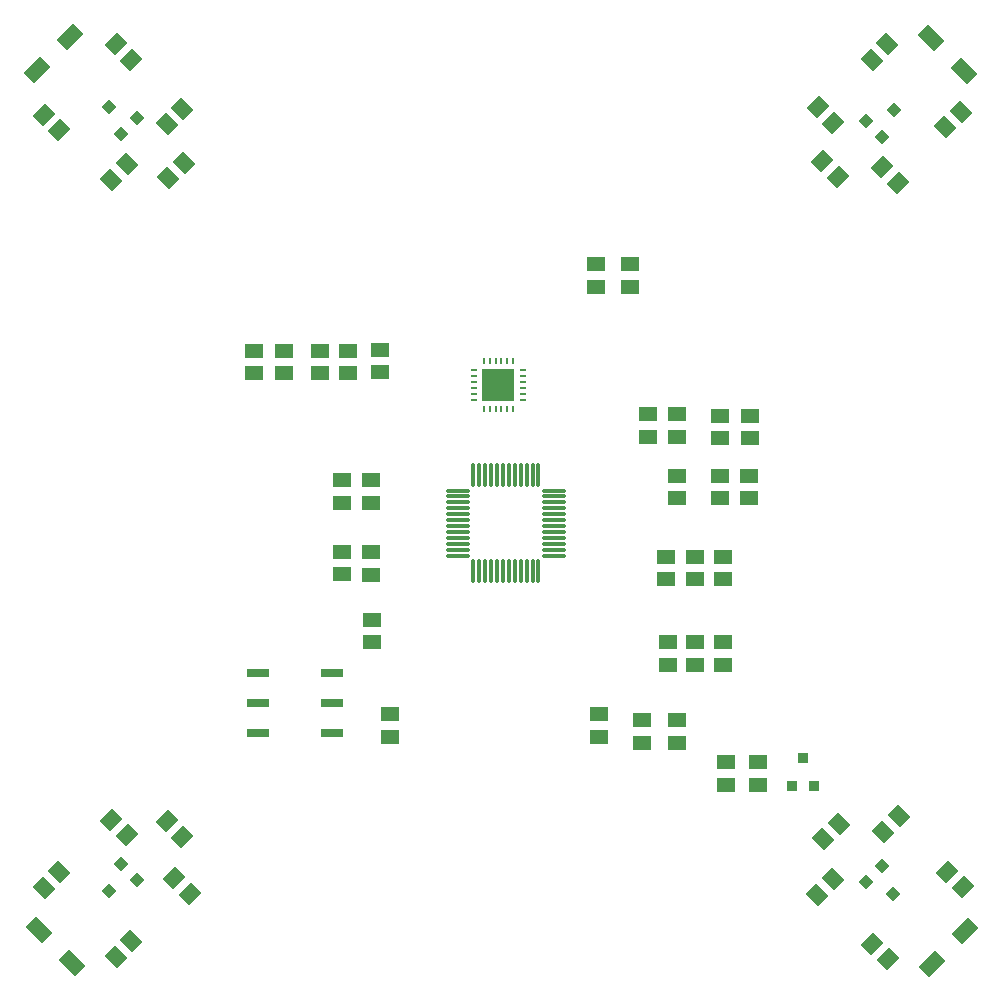
<source format=gtp>
%FSLAX25Y25*%
%MOIN*%
G70*
G01*
G75*
G04 Layer_Color=8421504*
G04:AMPARAMS|DCode=10|XSize=78.74mil|YSize=47.24mil|CornerRadius=0mil|HoleSize=0mil|Usage=FLASHONLY|Rotation=45.000|XOffset=0mil|YOffset=0mil|HoleType=Round|Shape=Rectangle|*
%AMROTATEDRECTD10*
4,1,4,-0.01114,-0.04454,-0.04454,-0.01114,0.01114,0.04454,0.04454,0.01114,-0.01114,-0.04454,0.0*
%
%ADD10ROTATEDRECTD10*%

G04:AMPARAMS|DCode=11|XSize=78.74mil|YSize=47.24mil|CornerRadius=0mil|HoleSize=0mil|Usage=FLASHONLY|Rotation=315.000|XOffset=0mil|YOffset=0mil|HoleType=Round|Shape=Rectangle|*
%AMROTATEDRECTD11*
4,1,4,-0.04454,0.01114,-0.01114,0.04454,0.04454,-0.01114,0.01114,-0.04454,-0.04454,0.01114,0.0*
%
%ADD11ROTATEDRECTD11*%

%ADD12O,0.01181X0.08268*%
%ADD13O,0.08268X0.01181*%
G04:AMPARAMS|DCode=14|XSize=59.06mil|YSize=51.18mil|CornerRadius=0mil|HoleSize=0mil|Usage=FLASHONLY|Rotation=45.000|XOffset=0mil|YOffset=0mil|HoleType=Round|Shape=Rectangle|*
%AMROTATEDRECTD14*
4,1,4,-0.00278,-0.03897,-0.03897,-0.00278,0.00278,0.03897,0.03897,0.00278,-0.00278,-0.03897,0.0*
%
%ADD14ROTATEDRECTD14*%

G04:AMPARAMS|DCode=15|XSize=35.43mil|YSize=37.4mil|CornerRadius=0mil|HoleSize=0mil|Usage=FLASHONLY|Rotation=45.000|XOffset=0mil|YOffset=0mil|HoleType=Round|Shape=Rectangle|*
%AMROTATEDRECTD15*
4,1,4,0.00070,-0.02575,-0.02575,0.00070,-0.00070,0.02575,0.02575,-0.00070,0.00070,-0.02575,0.0*
%
%ADD15ROTATEDRECTD15*%

G04:AMPARAMS|DCode=16|XSize=35.43mil|YSize=37.4mil|CornerRadius=0mil|HoleSize=0mil|Usage=FLASHONLY|Rotation=45.000|XOffset=0mil|YOffset=0mil|HoleType=Round|Shape=Rectangle|*
%AMROTATEDRECTD16*
4,1,4,0.00070,-0.02575,-0.02575,0.00070,-0.00070,0.02575,0.02575,-0.00070,0.00070,-0.02575,0.0*
%
%ADD16ROTATEDRECTD16*%

G04:AMPARAMS|DCode=17|XSize=59.06mil|YSize=51.18mil|CornerRadius=0mil|HoleSize=0mil|Usage=FLASHONLY|Rotation=135.000|XOffset=0mil|YOffset=0mil|HoleType=Round|Shape=Rectangle|*
%AMROTATEDRECTD17*
4,1,4,0.03897,-0.00278,0.00278,-0.03897,-0.03897,0.00278,-0.00278,0.03897,0.03897,-0.00278,0.0*
%
%ADD17ROTATEDRECTD17*%

G04:AMPARAMS|DCode=18|XSize=35.43mil|YSize=37.4mil|CornerRadius=0mil|HoleSize=0mil|Usage=FLASHONLY|Rotation=135.000|XOffset=0mil|YOffset=0mil|HoleType=Round|Shape=Rectangle|*
%AMROTATEDRECTD18*
4,1,4,0.02575,0.00070,-0.00070,-0.02575,-0.02575,-0.00070,0.00070,0.02575,0.02575,0.00070,0.0*
%
%ADD18ROTATEDRECTD18*%

G04:AMPARAMS|DCode=19|XSize=35.43mil|YSize=37.4mil|CornerRadius=0mil|HoleSize=0mil|Usage=FLASHONLY|Rotation=135.000|XOffset=0mil|YOffset=0mil|HoleType=Round|Shape=Rectangle|*
%AMROTATEDRECTD19*
4,1,4,0.02575,0.00070,-0.00070,-0.02575,-0.02575,-0.00070,0.00070,0.02575,0.02575,0.00070,0.0*
%
%ADD19ROTATEDRECTD19*%

%ADD20R,0.07480X0.02756*%
%ADD21O,0.02362X0.00984*%
%ADD22O,0.00984X0.02362*%
%ADD23R,0.11024X0.10630*%
%ADD24R,0.05906X0.05118*%
%ADD25R,0.03543X0.03740*%
%ADD26R,0.03543X0.03740*%
%ADD27C,0.01063*%
%ADD28C,0.01378*%
%ADD29C,0.01181*%
%ADD30C,0.08268*%
%ADD31C,0.05906*%
%ADD32R,0.05906X0.05906*%
%ADD33R,0.05906X0.05906*%
%ADD34C,0.31496*%
%ADD35C,0.02362*%
%ADD36R,0.01575X0.03937*%
%ADD37R,0.01575X0.03937*%
%ADD38R,0.06000X0.06000*%
%ADD39R,0.03400X0.10000*%
%ADD40R,0.03400X0.05000*%
%ADD41R,0.05118X0.05906*%
%ADD42R,0.07874X0.05906*%
%ADD43C,0.08000*%
%ADD44C,0.01000*%
%ADD45C,0.00984*%
%ADD46C,0.02362*%
%ADD47C,0.00787*%
D10*
X222753Y950640D02*
D03*
X233713Y961601D02*
D03*
X532065Y663542D02*
D03*
X521105Y652581D02*
D03*
D11*
X520640Y961247D02*
D03*
X531601Y950287D02*
D03*
X234360Y652753D02*
D03*
X223399Y663713D02*
D03*
D12*
X368173Y783358D02*
D03*
X370142D02*
D03*
X372110Y783358D02*
D03*
X374079D02*
D03*
X376047D02*
D03*
X378016D02*
D03*
X379984D02*
D03*
X381953D02*
D03*
X383921D02*
D03*
X385890D02*
D03*
X387858Y783358D02*
D03*
X389827D02*
D03*
Y815642D02*
D03*
X387858D02*
D03*
X385890Y815642D02*
D03*
X383921D02*
D03*
X381953D02*
D03*
X379984D02*
D03*
X378016D02*
D03*
X376047D02*
D03*
X374079D02*
D03*
X372110D02*
D03*
X370142Y815642D02*
D03*
X368173D02*
D03*
D13*
X395142Y788673D02*
D03*
Y790642D02*
D03*
X395142Y792610D02*
D03*
Y794579D02*
D03*
Y796547D02*
D03*
Y798516D02*
D03*
Y800484D02*
D03*
Y802453D02*
D03*
Y804421D02*
D03*
Y806390D02*
D03*
X395142Y808358D02*
D03*
Y810327D02*
D03*
X362858D02*
D03*
Y808358D02*
D03*
X362858Y806390D02*
D03*
Y804421D02*
D03*
Y802453D02*
D03*
Y800484D02*
D03*
Y798516D02*
D03*
Y796547D02*
D03*
Y794579D02*
D03*
Y792610D02*
D03*
X362858Y790642D02*
D03*
Y788673D02*
D03*
D14*
X230145Y930355D02*
D03*
X224855Y935645D02*
D03*
X248855Y959145D02*
D03*
X254145Y953855D02*
D03*
X252645Y695355D02*
D03*
X247355Y700645D02*
D03*
X268355Y681145D02*
D03*
X273645Y675855D02*
D03*
X265855Y700145D02*
D03*
X271145Y694855D02*
D03*
X489645Y914855D02*
D03*
X484355Y920145D02*
D03*
X488145Y932855D02*
D03*
X482855Y938145D02*
D03*
X504355Y918145D02*
D03*
X509645Y912855D02*
D03*
X506463Y654037D02*
D03*
X501173Y659327D02*
D03*
X526173Y683327D02*
D03*
X531463Y678037D02*
D03*
D15*
X250626Y929084D02*
D03*
X246729Y938271D02*
D03*
X504192Y685098D02*
D03*
X508089Y675911D02*
D03*
D16*
X255916Y934374D02*
D03*
X498902Y679808D02*
D03*
D17*
X252645Y919145D02*
D03*
X247355Y913855D02*
D03*
X265855Y932355D02*
D03*
X271145Y937645D02*
D03*
X230145Y683145D02*
D03*
X224855Y677855D02*
D03*
X254145Y660145D02*
D03*
X248855Y654855D02*
D03*
X271645Y919645D02*
D03*
X266355Y914355D02*
D03*
X530645Y936645D02*
D03*
X525355Y931355D02*
D03*
X500855Y953855D02*
D03*
X506145Y959145D02*
D03*
X487963Y680827D02*
D03*
X482673Y675537D02*
D03*
X504673Y696537D02*
D03*
X509963Y701827D02*
D03*
X484673Y694037D02*
D03*
X489963Y699327D02*
D03*
D18*
X255916Y680626D02*
D03*
X246729Y676729D02*
D03*
X499084Y933374D02*
D03*
X508271Y937271D02*
D03*
D19*
X250626Y685916D02*
D03*
X504374Y928084D02*
D03*
D20*
X296500Y749500D02*
D03*
Y739500D02*
D03*
Y729500D02*
D03*
X321000Y749500D02*
D03*
Y739500D02*
D03*
Y729500D02*
D03*
D21*
X368429Y850421D02*
D03*
Y848453D02*
D03*
Y846484D02*
D03*
Y844516D02*
D03*
Y842547D02*
D03*
Y840579D02*
D03*
X384571D02*
D03*
Y842547D02*
D03*
Y844516D02*
D03*
Y846484D02*
D03*
Y848453D02*
D03*
Y850421D02*
D03*
D22*
X371579Y837429D02*
D03*
X373547D02*
D03*
X375516D02*
D03*
X377484D02*
D03*
X379453D02*
D03*
X381421D02*
D03*
Y853571D02*
D03*
X379453D02*
D03*
X377484D02*
D03*
X375516D02*
D03*
X373547D02*
D03*
X371579D02*
D03*
D23*
X376500Y845500D02*
D03*
D24*
X295000Y857000D02*
D03*
Y849520D02*
D03*
X305000Y857000D02*
D03*
Y849520D02*
D03*
X326500Y857000D02*
D03*
Y849520D02*
D03*
X317000D02*
D03*
Y857000D02*
D03*
X340500Y735740D02*
D03*
Y728260D02*
D03*
X410000D02*
D03*
Y735740D02*
D03*
X334000Y789740D02*
D03*
Y782260D02*
D03*
X324500Y789980D02*
D03*
Y782500D02*
D03*
X450500Y807760D02*
D03*
Y815240D02*
D03*
X460000Y807760D02*
D03*
Y815240D02*
D03*
X426500Y828260D02*
D03*
Y835740D02*
D03*
X436000Y828260D02*
D03*
Y835740D02*
D03*
X324500Y813740D02*
D03*
Y806260D02*
D03*
X334000Y813740D02*
D03*
Y806260D02*
D03*
X452500Y719740D02*
D03*
Y712260D02*
D03*
X463000Y719740D02*
D03*
Y712260D02*
D03*
X450500Y827760D02*
D03*
Y835240D02*
D03*
X436000Y807760D02*
D03*
Y815240D02*
D03*
X334500Y759760D02*
D03*
Y767240D02*
D03*
X337000Y849760D02*
D03*
Y857240D02*
D03*
X420500Y878260D02*
D03*
Y885740D02*
D03*
X409000D02*
D03*
Y878260D02*
D03*
X424500Y726260D02*
D03*
Y733740D02*
D03*
X436000Y726260D02*
D03*
Y733740D02*
D03*
X433000Y759740D02*
D03*
Y752260D02*
D03*
X442000D02*
D03*
Y759740D02*
D03*
X451500Y752260D02*
D03*
Y759740D02*
D03*
X432500Y788240D02*
D03*
Y780760D02*
D03*
X442000Y788240D02*
D03*
Y780760D02*
D03*
X451500Y788240D02*
D03*
Y780760D02*
D03*
X460500Y827760D02*
D03*
Y835240D02*
D03*
D25*
X474260Y711874D02*
D03*
X478000Y721126D02*
D03*
D26*
X481740Y711874D02*
D03*
M02*

</source>
